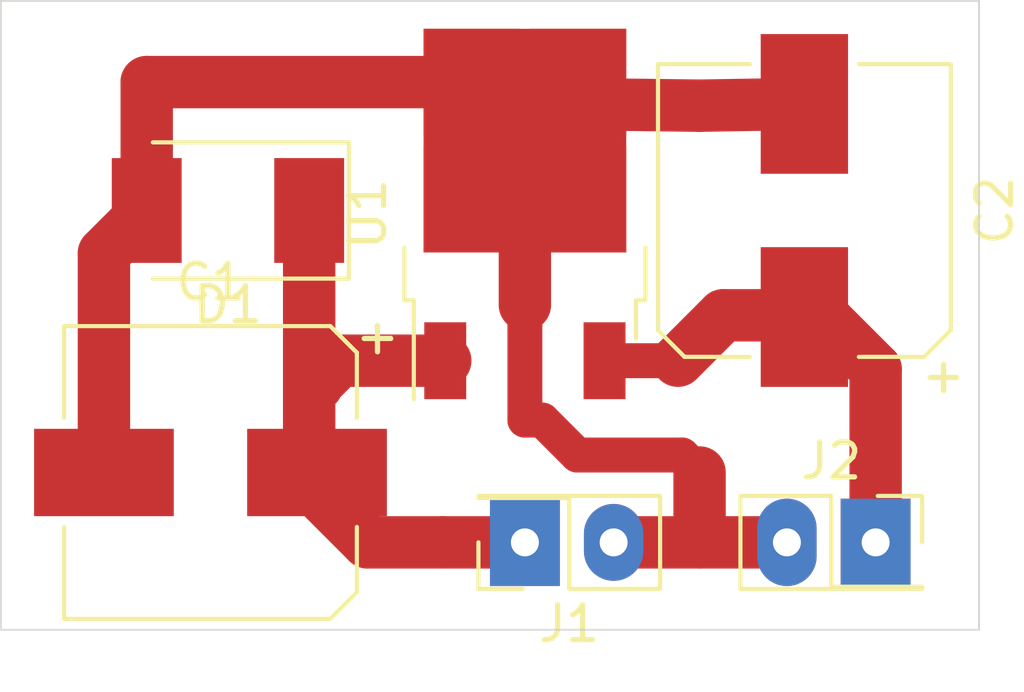
<source format=kicad_pcb>
(kicad_pcb (version 20171130) (host pcbnew "(5.1.5)-3")

  (general
    (thickness 1.6)
    (drawings 4)
    (tracks 34)
    (zones 0)
    (modules 6)
    (nets 4)
  )

  (page A4)
  (title_block
    (title 5V_DC_Besleme)
    (date 2020-04-05)
    (rev V2.0)
    (company Made_By_Ziya_ÇAYLAN)
  )

  (layers
    (0 F.Cu signal)
    (31 B.Cu signal)
    (32 B.Adhes user)
    (33 F.Adhes user)
    (34 B.Paste user)
    (35 F.Paste user)
    (36 B.SilkS user)
    (37 F.SilkS user)
    (38 B.Mask user)
    (39 F.Mask user)
    (40 Dwgs.User user)
    (41 Cmts.User user)
    (42 Eco1.User user)
    (43 Eco2.User user)
    (44 Edge.Cuts user)
    (45 Margin user)
    (46 B.CrtYd user)
    (47 F.CrtYd user)
    (48 B.Fab user)
    (49 F.Fab user)
  )

  (setup
    (last_trace_width 1)
    (user_trace_width 1)
    (user_trace_width 1.5)
    (user_trace_width 2)
    (user_trace_width 2.5)
    (trace_clearance 0.2)
    (zone_clearance 0.508)
    (zone_45_only no)
    (trace_min 0.2)
    (via_size 0.8)
    (via_drill 0.4)
    (via_min_size 0.4)
    (via_min_drill 0.3)
    (user_via 1 0.8)
    (user_via 1.5 0.8)
    (user_via 2 0.8)
    (user_via 2.5 0.8)
    (uvia_size 0.3)
    (uvia_drill 0.1)
    (uvias_allowed no)
    (uvia_min_size 0.2)
    (uvia_min_drill 0.1)
    (edge_width 0.05)
    (segment_width 0.2)
    (pcb_text_width 0.3)
    (pcb_text_size 1.5 1.5)
    (mod_edge_width 0.12)
    (mod_text_size 1 1)
    (mod_text_width 0.15)
    (pad_size 2 2.5)
    (pad_drill 0.8)
    (pad_to_mask_clearance 0.051)
    (solder_mask_min_width 0.25)
    (aux_axis_origin 0 0)
    (visible_elements 7FFFFFFF)
    (pcbplotparams
      (layerselection 0x010fc_ffffffff)
      (usegerberextensions false)
      (usegerberattributes false)
      (usegerberadvancedattributes false)
      (creategerberjobfile false)
      (excludeedgelayer true)
      (linewidth 0.100000)
      (plotframeref false)
      (viasonmask false)
      (mode 1)
      (useauxorigin false)
      (hpglpennumber 1)
      (hpglpenspeed 20)
      (hpglpendiameter 15.000000)
      (psnegative false)
      (psa4output false)
      (plotreference true)
      (plotvalue true)
      (plotinvisibletext false)
      (padsonsilk false)
      (subtractmaskfromsilk false)
      (outputformat 1)
      (mirror false)
      (drillshape 0)
      (scaleselection 1)
      (outputdirectory "Gerber/"))
  )

  (net 0 "")
  (net 1 +12V)
  (net 2 GND)
  (net 3 "Net-(C2-Pad1)")

  (net_class Default "This is the default net class."
    (clearance 0.2)
    (trace_width 0.25)
    (via_dia 0.8)
    (via_drill 0.4)
    (uvia_dia 0.3)
    (uvia_drill 0.1)
    (add_net +12V)
    (add_net GND)
    (add_net "Net-(C2-Pad1)")
  )

  (module Capacitors_SMD:CP_Elec_8x6.7 (layer F.Cu) (tedit 58AA8BB3) (tstamp 5E8A1D14)
    (at 142.5 93 180)
    (descr "SMT capacitor, aluminium electrolytic, 8x6.7")
    (path /5E8A249D)
    (attr smd)
    (fp_text reference C1 (at 0 5.45) (layer F.SilkS)
      (effects (font (size 1 1) (thickness 0.15)))
    )
    (fp_text value CP_Small (at 0 -5.45) (layer F.Fab)
      (effects (font (size 1 1) (thickness 0.15)))
    )
    (fp_circle (center 0 0) (end 1 3.8) (layer F.Fab) (width 0.1))
    (fp_text user + (at -1.96 -0.08) (layer F.Fab)
      (effects (font (size 1 1) (thickness 0.15)))
    )
    (fp_text user + (at -4.78 3.91) (layer F.SilkS)
      (effects (font (size 1 1) (thickness 0.15)))
    )
    (fp_text user %R (at 0 5.45) (layer F.Fab)
      (effects (font (size 1 1) (thickness 0.15)))
    )
    (fp_line (start 4.19 4.19) (end 4.19 1.56) (layer F.SilkS) (width 0.12))
    (fp_line (start 4.19 -4.19) (end 4.19 -1.56) (layer F.SilkS) (width 0.12))
    (fp_line (start -4.19 -3.43) (end -4.19 -1.56) (layer F.SilkS) (width 0.12))
    (fp_line (start -4.19 3.43) (end -4.19 1.56) (layer F.SilkS) (width 0.12))
    (fp_line (start 4.04 4.04) (end 4.04 -4.04) (layer F.Fab) (width 0.1))
    (fp_line (start -3.37 4.04) (end 4.04 4.04) (layer F.Fab) (width 0.1))
    (fp_line (start -4.04 3.37) (end -3.37 4.04) (layer F.Fab) (width 0.1))
    (fp_line (start -4.04 -3.37) (end -4.04 3.37) (layer F.Fab) (width 0.1))
    (fp_line (start -3.37 -4.04) (end -4.04 -3.37) (layer F.Fab) (width 0.1))
    (fp_line (start 4.04 -4.04) (end -3.37 -4.04) (layer F.Fab) (width 0.1))
    (fp_line (start 4.19 4.19) (end -3.43 4.19) (layer F.SilkS) (width 0.12))
    (fp_line (start -3.43 4.19) (end -4.19 3.43) (layer F.SilkS) (width 0.12))
    (fp_line (start -4.19 -3.43) (end -3.43 -4.19) (layer F.SilkS) (width 0.12))
    (fp_line (start -3.43 -4.19) (end 4.19 -4.19) (layer F.SilkS) (width 0.12))
    (fp_line (start -5.3 -4.29) (end 5.3 -4.29) (layer F.CrtYd) (width 0.05))
    (fp_line (start -5.3 -4.29) (end -5.3 4.29) (layer F.CrtYd) (width 0.05))
    (fp_line (start 5.3 4.29) (end 5.3 -4.29) (layer F.CrtYd) (width 0.05))
    (fp_line (start 5.3 4.29) (end -5.3 4.29) (layer F.CrtYd) (width 0.05))
    (pad 1 smd rect (at -3.05 0) (size 4 2.5) (layers F.Cu F.Paste F.Mask)
      (net 1 +12V))
    (pad 2 smd rect (at 3.05 0) (size 4 2.5) (layers F.Cu F.Paste F.Mask)
      (net 2 GND))
    (model Capacitors_SMD.3dshapes/CP_Elec_8x6.7.wrl
      (at (xyz 0 0 0))
      (scale (xyz 1 1 1))
      (rotate (xyz 0 0 180))
    )
  )

  (module TO_SOT_Packages_SMD:TO-252-2 (layer F.Cu) (tedit 590079C0) (tstamp 5E8A19B5)
    (at 151.5 85.6 90)
    (descr "TO-252 / DPAK SMD package, http://www.infineon.com/cms/en/product/packages/PG-TO252/PG-TO252-3-1/")
    (tags "DPAK TO-252 DPAK-3 TO-252-3 SOT-428")
    (path /5E8A17E5)
    (attr smd)
    (fp_text reference U1 (at 0 -4.5 90) (layer F.SilkS)
      (effects (font (size 1 1) (thickness 0.15)))
    )
    (fp_text value L7805 (at 0 4.5 90) (layer F.Fab)
      (effects (font (size 1 1) (thickness 0.15)))
    )
    (fp_line (start 3.95 -2.7) (end 4.95 -2.7) (layer F.Fab) (width 0.1))
    (fp_line (start 4.95 -2.7) (end 4.95 2.7) (layer F.Fab) (width 0.1))
    (fp_line (start 4.95 2.7) (end 3.95 2.7) (layer F.Fab) (width 0.1))
    (fp_line (start 3.95 -3.25) (end 3.95 3.25) (layer F.Fab) (width 0.1))
    (fp_line (start 3.95 3.25) (end -2.27 3.25) (layer F.Fab) (width 0.1))
    (fp_line (start -2.27 3.25) (end -2.27 -2.25) (layer F.Fab) (width 0.1))
    (fp_line (start -2.27 -2.25) (end -1.27 -3.25) (layer F.Fab) (width 0.1))
    (fp_line (start -1.27 -3.25) (end 3.95 -3.25) (layer F.Fab) (width 0.1))
    (fp_line (start -1.865 -2.655) (end -4.97 -2.655) (layer F.Fab) (width 0.1))
    (fp_line (start -4.97 -2.655) (end -4.97 -1.905) (layer F.Fab) (width 0.1))
    (fp_line (start -4.97 -1.905) (end -2.27 -1.905) (layer F.Fab) (width 0.1))
    (fp_line (start -2.27 1.905) (end -4.97 1.905) (layer F.Fab) (width 0.1))
    (fp_line (start -4.97 1.905) (end -4.97 2.655) (layer F.Fab) (width 0.1))
    (fp_line (start -4.97 2.655) (end -2.27 2.655) (layer F.Fab) (width 0.1))
    (fp_line (start -0.97 -3.45) (end -2.47 -3.45) (layer F.SilkS) (width 0.12))
    (fp_line (start -2.47 -3.45) (end -2.47 -3.18) (layer F.SilkS) (width 0.12))
    (fp_line (start -2.47 -3.18) (end -5.3 -3.18) (layer F.SilkS) (width 0.12))
    (fp_line (start -0.97 3.45) (end -2.47 3.45) (layer F.SilkS) (width 0.12))
    (fp_line (start -2.47 3.45) (end -2.47 3.18) (layer F.SilkS) (width 0.12))
    (fp_line (start -2.47 3.18) (end -3.57 3.18) (layer F.SilkS) (width 0.12))
    (fp_line (start -5.55 -3.5) (end -5.55 3.5) (layer F.CrtYd) (width 0.05))
    (fp_line (start -5.55 3.5) (end 5.55 3.5) (layer F.CrtYd) (width 0.05))
    (fp_line (start 5.55 3.5) (end 5.55 -3.5) (layer F.CrtYd) (width 0.05))
    (fp_line (start 5.55 -3.5) (end -5.55 -3.5) (layer F.CrtYd) (width 0.05))
    (fp_text user %R (at 0 0 90) (layer F.Fab)
      (effects (font (size 1 1) (thickness 0.15)))
    )
    (pad 1 smd rect (at -4.2 -2.28 90) (size 2.2 1.2) (layers F.Cu F.Paste F.Mask)
      (net 1 +12V))
    (pad 3 smd rect (at -4.2 2.28 90) (size 2.2 1.2) (layers F.Cu F.Paste F.Mask)
      (net 3 "Net-(C2-Pad1)"))
    (pad 2 smd rect (at 2.1 0 90) (size 6.4 5.8) (layers F.Cu F.Mask)
      (net 2 GND))
    (pad 2 smd rect (at 3.775 1.525 90) (size 3.05 2.75) (layers F.Cu F.Paste)
      (net 2 GND))
    (pad 2 smd rect (at 0.425 -1.525 90) (size 3.05 2.75) (layers F.Cu F.Paste)
      (net 2 GND))
    (pad 2 smd rect (at 3.775 -1.525 90) (size 3.05 2.75) (layers F.Cu F.Paste)
      (net 2 GND))
    (pad 2 smd rect (at 0.425 1.525 90) (size 3.05 2.75) (layers F.Cu F.Paste)
      (net 2 GND))
    (model ${KISYS3DMOD}/TO_SOT_Packages_SMD.3dshapes/TO-252-2.wrl
      (at (xyz 0 0 0))
      (scale (xyz 1 1 1))
      (rotate (xyz 0 0 0))
    )
  )

  (module Socket_Strips:Socket_Strip_Straight_2x01_Pitch2.54mm (layer F.Cu) (tedit 5E8A1D45) (tstamp 5E8A19B2)
    (at 161.54 95)
    (descr "Through hole straight socket strip, 2x01, 2.54mm pitch, double rows")
    (tags "Through hole socket strip THT 2x01 2.54mm double row")
    (path /5E8A88E5)
    (fp_text reference J2 (at -1.27 -2.33) (layer F.SilkS)
      (effects (font (size 1 1) (thickness 0.15)))
    )
    (fp_text value "5V_DC " (at -1.27 2.33) (layer F.Fab)
      (effects (font (size 1 1) (thickness 0.15)))
    )
    (fp_line (start -3.81 -1.27) (end -3.81 1.27) (layer F.Fab) (width 0.1))
    (fp_line (start -3.81 1.27) (end 1.27 1.27) (layer F.Fab) (width 0.1))
    (fp_line (start 1.27 1.27) (end 1.27 -1.27) (layer F.Fab) (width 0.1))
    (fp_line (start 1.27 -1.27) (end -3.81 -1.27) (layer F.Fab) (width 0.1))
    (fp_line (start 1.33 1.27) (end 1.33 1.33) (layer F.SilkS) (width 0.12))
    (fp_line (start 1.33 1.33) (end -3.87 1.33) (layer F.SilkS) (width 0.12))
    (fp_line (start -3.87 1.33) (end -3.87 -1.33) (layer F.SilkS) (width 0.12))
    (fp_line (start -3.87 -1.33) (end -1.27 -1.33) (layer F.SilkS) (width 0.12))
    (fp_line (start -1.27 -1.33) (end -1.27 1.27) (layer F.SilkS) (width 0.12))
    (fp_line (start -1.27 1.27) (end 1.33 1.27) (layer F.SilkS) (width 0.12))
    (fp_line (start 1.33 0) (end 1.33 -1.33) (layer F.SilkS) (width 0.12))
    (fp_line (start 1.33 -1.33) (end 0.06 -1.33) (layer F.SilkS) (width 0.12))
    (fp_line (start -4.35 -1.8) (end -4.35 1.8) (layer F.CrtYd) (width 0.05))
    (fp_line (start -4.35 1.8) (end 1.8 1.8) (layer F.CrtYd) (width 0.05))
    (fp_line (start 1.8 1.8) (end 1.8 -1.8) (layer F.CrtYd) (width 0.05))
    (fp_line (start 1.8 -1.8) (end -4.35 -1.8) (layer F.CrtYd) (width 0.05))
    (fp_text user %R (at -1.27 -2.33) (layer F.Fab)
      (effects (font (size 1 1) (thickness 0.15)))
    )
    (pad 1 thru_hole rect (at 0 0) (size 2 2.5) (drill 0.8) (layers *.Cu *.Mask)
      (net 3 "Net-(C2-Pad1)"))
    (pad 2 thru_hole oval (at -2.54 0) (size 1.7 2.5) (drill 0.8) (layers *.Cu *.Mask)
      (net 2 GND))
    (model ${KISYS3DMOD}/Socket_Strips.3dshapes/Socket_Strip_Straight_2x01_Pitch2.54mm.wrl
      (offset (xyz -1.269999980926514 0 0))
      (scale (xyz 1 1 1))
      (rotate (xyz 0 0 270))
    )
  )

  (module Socket_Strips:Socket_Strip_Straight_2x01_Pitch2.54mm (layer F.Cu) (tedit 5E8A1D22) (tstamp 5E8A1C29)
    (at 151.5 95 180)
    (descr "Through hole straight socket strip, 2x01, 2.54mm pitch, double rows")
    (tags "Through hole socket strip THT 2x01 2.54mm double row")
    (path /5E8A78AE)
    (fp_text reference J1 (at -1.27 -2.33) (layer F.SilkS)
      (effects (font (size 1 1) (thickness 0.15)))
    )
    (fp_text value "12V DC" (at -1.27 2.33) (layer F.Fab)
      (effects (font (size 1 1) (thickness 0.15)))
    )
    (fp_line (start -3.81 -1.27) (end -3.81 1.27) (layer F.Fab) (width 0.1))
    (fp_line (start -3.81 1.27) (end 1.27 1.27) (layer F.Fab) (width 0.1))
    (fp_line (start 1.27 1.27) (end 1.27 -1.27) (layer F.Fab) (width 0.1))
    (fp_line (start 1.27 -1.27) (end -3.81 -1.27) (layer F.Fab) (width 0.1))
    (fp_line (start 1.33 1.27) (end 1.33 1.33) (layer F.SilkS) (width 0.12))
    (fp_line (start 1.33 1.33) (end -3.87 1.33) (layer F.SilkS) (width 0.12))
    (fp_line (start -3.87 1.33) (end -3.87 -1.33) (layer F.SilkS) (width 0.12))
    (fp_line (start -3.87 -1.33) (end -1.27 -1.33) (layer F.SilkS) (width 0.12))
    (fp_line (start -1.27 -1.33) (end -1.27 1.27) (layer F.SilkS) (width 0.12))
    (fp_line (start -1.27 1.27) (end 1.33 1.27) (layer F.SilkS) (width 0.12))
    (fp_line (start 1.33 0) (end 1.33 -1.33) (layer F.SilkS) (width 0.12))
    (fp_line (start 1.33 -1.33) (end 0.06 -1.33) (layer F.SilkS) (width 0.12))
    (fp_line (start -4.35 -1.8) (end -4.35 1.8) (layer F.CrtYd) (width 0.05))
    (fp_line (start -4.35 1.8) (end 1.8 1.8) (layer F.CrtYd) (width 0.05))
    (fp_line (start 1.8 1.8) (end 1.8 -1.8) (layer F.CrtYd) (width 0.05))
    (fp_line (start 1.8 -1.8) (end -4.35 -1.8) (layer F.CrtYd) (width 0.05))
    (fp_text user %R (at -1.27 -2.33) (layer F.Fab)
      (effects (font (size 1 1) (thickness 0.15)))
    )
    (pad 1 thru_hole rect (at 0 0 180) (size 2 2.5) (drill 0.8) (layers *.Cu *.Mask)
      (net 1 +12V))
    (pad 2 thru_hole oval (at -2.54 0 180) (size 1.7 2.2) (drill 0.8) (layers *.Cu *.Mask)
      (net 2 GND))
    (model ${KISYS3DMOD}/Socket_Strips.3dshapes/Socket_Strip_Straight_2x01_Pitch2.54mm.wrl
      (offset (xyz -1.269999980926514 0 0))
      (scale (xyz 1 1 1))
      (rotate (xyz 0 0 270))
    )
  )

  (module Diodes_SMD:D_2114 (layer F.Cu) (tedit 590CF38C) (tstamp 5E8A19AC)
    (at 143 85.5 180)
    (descr "Diode SMD 2114, reflow soldering http://datasheets.avx.com/schottky.pdf")
    (tags "Diode 2114")
    (path /5E8A5FBD)
    (attr smd)
    (fp_text reference D1 (at 0 -2.7) (layer F.SilkS)
      (effects (font (size 1 1) (thickness 0.15)))
    )
    (fp_text value D (at 0 2.8) (layer F.Fab)
      (effects (font (size 1 1) (thickness 0.15)))
    )
    (fp_text user %R (at 0 -2.7) (layer F.Fab)
      (effects (font (size 1 1) (thickness 0.15)))
    )
    (fp_line (start -3.46 -1.95) (end -3.46 1.95) (layer F.SilkS) (width 0.12))
    (fp_line (start -2.6 1.8) (end -2.6 -1.8) (layer F.Fab) (width 0.1))
    (fp_line (start 2.6 -1.8) (end -2.6 -1.8) (layer F.Fab) (width 0.1))
    (fp_line (start -3.61 -2.1) (end 3.61 -2.1) (layer F.CrtYd) (width 0.05))
    (fp_line (start 3.61 -2.1) (end 3.61 2.1) (layer F.CrtYd) (width 0.05))
    (fp_line (start 3.61 2.1) (end -3.61 2.1) (layer F.CrtYd) (width 0.05))
    (fp_line (start -3.61 2.1) (end -3.61 -2.1) (layer F.CrtYd) (width 0.05))
    (fp_line (start -0.64944 0.00102) (end -1.55114 0.00102) (layer F.Fab) (width 0.1))
    (fp_line (start 0.50118 0.00102) (end 1.4994 0.00102) (layer F.Fab) (width 0.1))
    (fp_line (start -0.64944 -0.79908) (end -0.64944 0.80112) (layer F.Fab) (width 0.1))
    (fp_line (start 0.50118 0.75032) (end 0.50118 -0.79908) (layer F.Fab) (width 0.1))
    (fp_line (start -0.64944 0.00102) (end 0.50118 0.75032) (layer F.Fab) (width 0.1))
    (fp_line (start -0.64944 0.00102) (end 0.50118 -0.79908) (layer F.Fab) (width 0.1))
    (fp_line (start -3.46 1.95) (end 2.15 1.95) (layer F.SilkS) (width 0.12))
    (fp_line (start -3.46 -1.95) (end 2.15 -1.95) (layer F.SilkS) (width 0.12))
    (fp_line (start 2.6 1.8) (end -2.6 1.8) (layer F.Fab) (width 0.1))
    (fp_line (start 2.6 1.8) (end 2.6 -1.8) (layer F.Fab) (width 0.1))
    (pad 1 smd rect (at -2.325 0 180) (size 2 3) (layers F.Cu F.Paste F.Mask)
      (net 1 +12V))
    (pad 2 smd rect (at 2.325 0 180) (size 2 3) (layers F.Cu F.Paste F.Mask)
      (net 2 GND))
    (model ${KISYS3DMOD}/Diodes_SMD.3dshapes/D_2114.wrl
      (at (xyz 0 0 0))
      (scale (xyz 1 1 1))
      (rotate (xyz 0 0 0))
    )
  )

  (module Capacitors_SMD:CP_Elec_8x6.7 (layer F.Cu) (tedit 58AA8BB3) (tstamp 5E8A19A9)
    (at 159.5 85.5 90)
    (descr "SMT capacitor, aluminium electrolytic, 8x6.7")
    (path /5E8A2C60)
    (attr smd)
    (fp_text reference C2 (at 0 5.45 90) (layer F.SilkS)
      (effects (font (size 1 1) (thickness 0.15)))
    )
    (fp_text value CP_Small (at 0 -5.45 90) (layer F.Fab)
      (effects (font (size 1 1) (thickness 0.15)))
    )
    (fp_circle (center 0 0) (end 1 3.8) (layer F.Fab) (width 0.1))
    (fp_text user + (at -1.96 -0.08 90) (layer F.Fab)
      (effects (font (size 1 1) (thickness 0.15)))
    )
    (fp_text user + (at -4.78 3.91 90) (layer F.SilkS)
      (effects (font (size 1 1) (thickness 0.15)))
    )
    (fp_text user %R (at 0 5.45 90) (layer F.Fab)
      (effects (font (size 1 1) (thickness 0.15)))
    )
    (fp_line (start 4.19 4.19) (end 4.19 1.56) (layer F.SilkS) (width 0.12))
    (fp_line (start 4.19 -4.19) (end 4.19 -1.56) (layer F.SilkS) (width 0.12))
    (fp_line (start -4.19 -3.43) (end -4.19 -1.56) (layer F.SilkS) (width 0.12))
    (fp_line (start -4.19 3.43) (end -4.19 1.56) (layer F.SilkS) (width 0.12))
    (fp_line (start 4.04 4.04) (end 4.04 -4.04) (layer F.Fab) (width 0.1))
    (fp_line (start -3.37 4.04) (end 4.04 4.04) (layer F.Fab) (width 0.1))
    (fp_line (start -4.04 3.37) (end -3.37 4.04) (layer F.Fab) (width 0.1))
    (fp_line (start -4.04 -3.37) (end -4.04 3.37) (layer F.Fab) (width 0.1))
    (fp_line (start -3.37 -4.04) (end -4.04 -3.37) (layer F.Fab) (width 0.1))
    (fp_line (start 4.04 -4.04) (end -3.37 -4.04) (layer F.Fab) (width 0.1))
    (fp_line (start 4.19 4.19) (end -3.43 4.19) (layer F.SilkS) (width 0.12))
    (fp_line (start -3.43 4.19) (end -4.19 3.43) (layer F.SilkS) (width 0.12))
    (fp_line (start -4.19 -3.43) (end -3.43 -4.19) (layer F.SilkS) (width 0.12))
    (fp_line (start -3.43 -4.19) (end 4.19 -4.19) (layer F.SilkS) (width 0.12))
    (fp_line (start -5.3 -4.29) (end 5.3 -4.29) (layer F.CrtYd) (width 0.05))
    (fp_line (start -5.3 -4.29) (end -5.3 4.29) (layer F.CrtYd) (width 0.05))
    (fp_line (start 5.3 4.29) (end 5.3 -4.29) (layer F.CrtYd) (width 0.05))
    (fp_line (start 5.3 4.29) (end -5.3 4.29) (layer F.CrtYd) (width 0.05))
    (pad 1 smd rect (at -3.05 0 270) (size 4 2.5) (layers F.Cu F.Paste F.Mask)
      (net 3 "Net-(C2-Pad1)"))
    (pad 2 smd rect (at 3.05 0 270) (size 4 2.5) (layers F.Cu F.Paste F.Mask)
      (net 2 GND))
    (model Capacitors_SMD.3dshapes/CP_Elec_8x6.7.wrl
      (at (xyz 0 0 0))
      (scale (xyz 1 1 1))
      (rotate (xyz 0 0 180))
    )
  )

  (gr_line (start 136.5 97.5) (end 136.5 79.5) (layer Edge.Cuts) (width 0.05) (tstamp 5E8A22BD))
  (gr_line (start 164.5 97.5) (end 136.5 97.5) (layer Edge.Cuts) (width 0.05))
  (gr_line (start 164.5 79.5) (end 164.5 97.5) (layer Edge.Cuts) (width 0.05))
  (gr_line (start 136.5 79.5) (end 164.5 79.5) (layer Edge.Cuts) (width 0.05))

  (segment (start 145.325 90.275) (end 145.55 90.5) (width 1.5) (layer F.Cu) (net 1))
  (segment (start 145.325 92.775) (end 145.55 93) (width 1.5) (layer F.Cu) (net 1))
  (segment (start 145.325 90.675) (end 145.325 92.775) (width 1.5) (layer F.Cu) (net 1))
  (segment (start 146.2 89.8) (end 149.22 89.8) (width 1.5) (layer F.Cu) (net 1))
  (segment (start 145.325 90.675) (end 146.2 89.8) (width 1.5) (layer F.Cu) (net 1))
  (segment (start 145.325 85.5) (end 145.325 90.675) (width 1.5) (layer F.Cu) (net 1))
  (segment (start 151.5 95) (end 151.5 95) (width 1.5) (layer F.Cu) (net 1))
  (segment (start 145.55 93) (end 145.55 93.55) (width 1.5) (layer F.Cu) (net 1))
  (segment (start 147 95) (end 149.15 95) (width 1.5) (layer F.Cu) (net 1))
  (segment (start 145.55 93.55) (end 147 95) (width 1.5) (layer F.Cu) (net 1))
  (segment (start 151.5 95) (end 149.15 95) (width 1.5) (layer F.Cu) (net 1) (tstamp 5E8A24BD))
  (segment (start 139.45 86.725) (end 140.675 85.5) (width 1.5) (layer F.Cu) (net 2))
  (segment (start 139.45 93) (end 139.45 86.725) (width 1.5) (layer F.Cu) (net 2))
  (segment (start 140.675 85.5) (end 140.675 81.825) (width 1.5) (layer F.Cu) (net 2))
  (segment (start 140.675 81.825) (end 149.975 81.825) (width 1.5) (layer F.Cu) (net 2))
  (segment (start 152.55 82.45) (end 151.5 83.5) (width 1.5) (layer F.Cu) (net 2))
  (segment (start 156.5 95) (end 156.5 93) (width 1.5) (layer F.Cu) (net 2))
  (segment (start 156.5 95) (end 154.04 95) (width 1.5) (layer F.Cu) (net 2))
  (segment (start 159 95) (end 156.5 95) (width 1.5) (layer F.Cu) (net 2))
  (segment (start 159.5 82.45) (end 156.5 82.5) (width 1.5) (layer F.Cu) (net 2))
  (segment (start 156.5 82.5) (end 152.55 82.45) (width 1.5) (layer F.Cu) (net 2))
  (segment (start 151.5 83.5) (end 151.5 88.2) (width 1.5) (layer F.Cu) (net 2))
  (segment (start 151.5 88.2) (end 151.5 91.5) (width 1) (layer F.Cu) (net 2))
  (segment (start 151.5 91.5) (end 152 91.5) (width 1) (layer F.Cu) (net 2))
  (segment (start 152 91.5) (end 153 92.5) (width 1) (layer F.Cu) (net 2))
  (segment (start 156 92.5) (end 156.5 93) (width 1) (layer F.Cu) (net 2))
  (segment (start 153 92.5) (end 156 92.5) (width 1) (layer F.Cu) (net 2))
  (segment (start 159.5 88.55) (end 160.05 88.55) (width 1.5) (layer F.Cu) (net 3))
  (segment (start 161.54 90.04) (end 161.54 95) (width 1.5) (layer F.Cu) (net 3))
  (segment (start 160.05 88.55) (end 161.54 90.04) (width 1.5) (layer F.Cu) (net 3))
  (segment (start 155.88 89.8) (end 157.18 88.5) (width 1.5) (layer F.Cu) (net 3))
  (segment (start 153.78 89.8) (end 155.88 89.8) (width 1) (layer F.Cu) (net 3))
  (segment (start 159.45 88.5) (end 159.5 88.55) (width 1.5) (layer F.Cu) (net 3))
  (segment (start 157.18 88.5) (end 159.45 88.5) (width 1.5) (layer F.Cu) (net 3))

)

</source>
